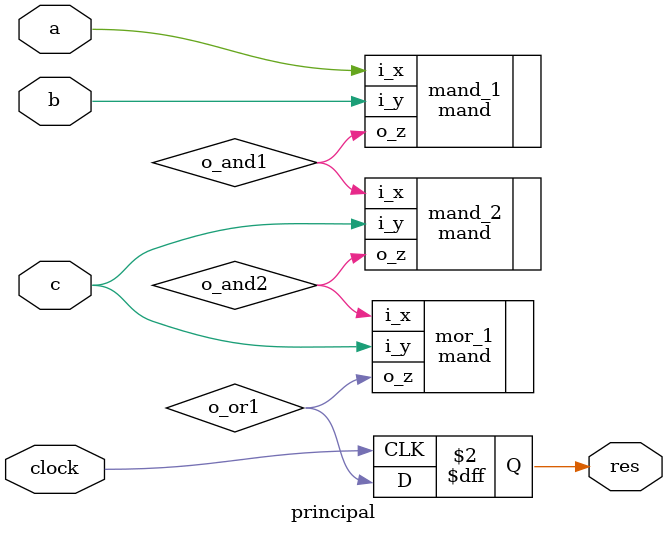
<source format=v>
`timescale 1ns / 1ps
module principal(
	input wire a,
	input wire b,
	input wire c,
	output reg res,
	
	input wire clock
    );
	 
	 wire o_and1;
	 wire o_and2;
	 wire o_or;
	 
	 mand mand_1(
		.i_x(a),
		.i_y(b),
		.o_z(o_and1)
		);
		
		
	 mand mand_2(
		.i_x(o_and1),
		.i_y(c),
		.o_z(o_and2)
		);
		
	 mand mor_1(
		.i_x(o_and2),
		.i_y(c),
		.o_z(o_or1)
		);
		
		always@(posedge clock)
		begin
		res <= o_or1;
		end


endmodule

</source>
